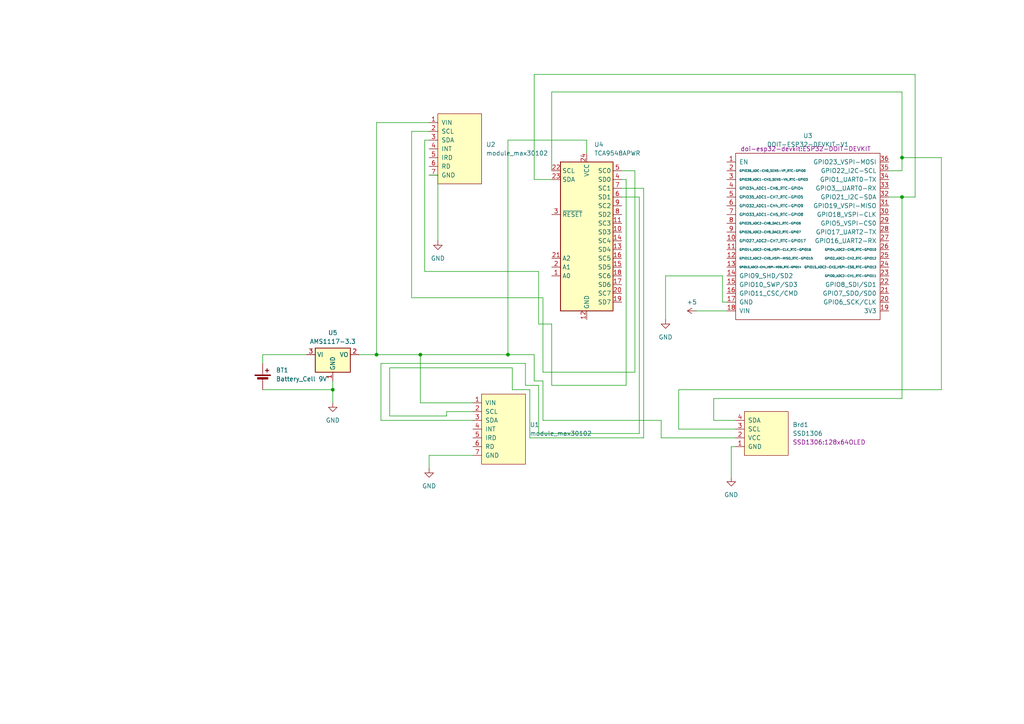
<source format=kicad_sch>
(kicad_sch (version 20250114) (generator "eeschema") (generator_version "9.0")
  (paper "A4")
  (lib_symbols
    (symbol "Device:Battery_Cell" (pin_numbers (hide yes)) (pin_names (offset 0) (hide yes))
      (property "Reference" "BT" (at 2.54 2.54 0))
      (property "Value" "Battery_Cell" (at 2.54 0 0))
      (symbol "Battery_Cell_0_1"
        (rectangle (start -2.286 1.778) (end 2.286 1.524) (fill (type outline)))
        (rectangle (start -1.524 1.016) (end 1.524 0.508) (fill (type outline)))
        (polyline (pts (xy 0 1.778) (xy 0 2.54)))
        (polyline (pts (xy 0 0.762) (xy 0 0)))
        (polyline (pts (xy 0.762 3.048) (xy 1.778 3.048)) (stroke (width 0.254)))
        (polyline (pts (xy 1.27 3.556) (xy 1.27 2.54)) (stroke (width 0.254)))
      )
      (symbol "Battery_Cell_1_1"
        (pin passive line (at 0 5.08 270) (length 2.54) (name "+") (number "1"))
        (pin passive line (at 0 -2.54 90) (length 2.54) (name "-") (number "2"))
      )
    )
    (symbol "Interface_Expansion:TCA9548APWR"
      (property "Reference" "U" (at -7.62 21.59 0))
      (property "Value" "TCA9548APWR" (at 1.016 21.59 0))
      (symbol "TCA9548APWR_0_1"
        (rectangle (start -7.62 20.32) (end 7.62 -22.86) (stroke (width 0.254)) (fill (type background)))
      )
      (symbol "TCA9548APWR_1_1"
        (pin input line (at -10.16 17.78 0) (length 2.54) (name "SCL") (number "22"))
        (pin bidirectional line (at -10.16 15.24 0) (length 2.54) (name "SDA") (number "23"))
        (pin input line (at -10.16 5.08 0) (length 2.54) (name "~{RESET}") (number "3"))
        (pin input line (at -10.16 -7.62 0) (length 2.54) (name "A2") (number "21"))
        (pin input line (at -10.16 -10.16 0) (length 2.54) (name "A1") (number "2"))
        (pin input line (at -10.16 -12.7 0) (length 2.54) (name "A0") (number "1"))
        (pin power_in line (at 0 22.86 270) (length 2.54) (name "VCC") (number "24"))
        (pin power_in line (at 0 -25.4 90) (length 2.54) (name "GND") (number "12"))
        (pin output line (at 10.16 17.78 180) (length 2.54) (name "SC0") (number "5"))
        (pin bidirectional line (at 10.16 15.24 180) (length 2.54) (name "SD0") (number "4"))
        (pin output line (at 10.16 12.7 180) (length 2.54) (name "SC1") (number "7"))
        (pin bidirectional line (at 10.16 10.16 180) (length 2.54) (name "SD1") (number "6"))
        (pin output line (at 10.16 7.62 180) (length 2.54) (name "SC2") (number "9"))
        (pin bidirectional line (at 10.16 5.08 180) (length 2.54) (name "SD2") (number "8"))
        (pin output line (at 10.16 2.54 180) (length 2.54) (name "SC3") (number "11"))
        (pin bidirectional line (at 10.16 0 180) (length 2.54) (name "SD3") (number "10"))
        (pin output line (at 10.16 -2.54 180) (length 2.54) (name "SC4") (number "14"))
        (pin bidirectional line (at 10.16 -5.08 180) (length 2.54) (name "SD4") (number "13"))
        (pin output line (at 10.16 -7.62 180) (length 2.54) (name "SC5") (number "16"))
        (pin bidirectional line (at 10.16 -10.16 180) (length 2.54) (name "SD5") (number "15"))
        (pin output line (at 10.16 -12.7 180) (length 2.54) (name "SC6") (number "18"))
        (pin bidirectional line (at 10.16 -15.24 180) (length 2.54) (name "SD6") (number "17"))
        (pin output line (at 10.16 -17.78 180) (length 2.54) (name "SC7") (number "20"))
        (pin bidirectional line (at 10.16 -20.32 180) (length 2.54) (name "SD7") (number "19"))
      )
    )
    (symbol "Regulator_Linear:AMS1117-3.3"
      (property "Reference" "U" (at -3.81 3.175 0))
      (property "Value" "AMS1117-3.3" (at 0 3.175 0))
      (symbol "AMS1117-3.3_0_1"
        (rectangle (start -5.08 -5.08) (end 5.08 1.905) (stroke (width 0.254)) (fill (type background)))
      )
      (symbol "AMS1117-3.3_1_1"
        (pin power_in line (at -7.62 0 0) (length 2.54) (name "VI") (number "3"))
        (pin power_in line (at 0 -7.62 90) (length 2.54) (name "GND") (number "1"))
        (pin power_out line (at 7.62 0 180) (length 2.54) (name "VO") (number "2"))
      )
    )
    (symbol "SSD1306-128x64_OLED:SSD1306" (pin_names (offset 1.016))
      (property "Reference" "Brd" (at 0 -3.81 0))
      (property "Value" "SSD1306" (at 0 -1.27 0))
      (symbol "SSD1306_0_1"
        (rectangle (start -6.35 6.35) (end 6.35 -6.35) (fill (type background)))
      )
      (symbol "SSD1306_1_1"
        (pin input line (at -3.81 8.89 270) (length 2.54) (name "GND") (number "1"))
        (pin input line (at -1.27 8.89 270) (length 2.54) (name "VCC") (number "2"))
        (pin input line (at 1.27 8.89 270) (length 2.54) (name "SCL") (number "3"))
        (pin input line (at 3.81 8.89 270) (length 2.54) (name "SDA") (number "4"))
      )
    )
    (symbol "doit-esp32-devkit-v1:DOIT-ESP32-DEVKIT-V1" (pin_names (offset 1.016))
      (property "Reference" "U" (at -1.27 11.43 0))
      (property "Value" "DOIT-ESP32-DEVKIT-V1" (at 0 13.97 0))
      (symbol "DOIT-ESP32-DEVKIT-V1_0_1"
        (rectangle (start 20.32 10.16) (end -21.59 -38.1))
      )
      (symbol "DOIT-ESP32-DEVKIT-V1_1_1"
        (pin output line (at -24.13 7.62 0) (length 2.54) (name "EN") (number "1"))
        (pin bidirectional line (at -24.13 5.08 0) (length 2.54) (name "GPIO36_ADC-CH0_SENS-VP_RTC-GPIO0") (number "2"))
        (pin bidirectional line (at -24.13 2.54 0) (length 2.54) (name "GPIO39_ADC1-CH3_SENS-VN_RTC-GPIO3") (number "3"))
        (pin bidirectional line (at -24.13 0 0) (length 2.54) (name "GPIO34_ADC1-CH6_RTC-GPIO4") (number "4"))
        (pin bidirectional line (at -24.13 -2.54 0) (length 2.54) (name "GPIO35_ADC1-CH7_RTC-GPIO5") (number "5"))
        (pin bidirectional line (at -24.13 -5.08 0) (length 2.54) (name "GPIO32_ADC1-CH4_RTC-GPIO9") (number "6"))
        (pin bidirectional line (at -24.13 -7.62 0) (length 2.54) (name "GPIO33_ADC1-CH5_RTC-GPIO8") (number "7"))
        (pin bidirectional line (at -24.13 -10.16 0) (length 2.54) (name "GPIO25_ADC2-CH8_DAC1_RTC-GPIO6") (number "8"))
        (pin bidirectional line (at -24.13 -12.7 0) (length 2.54) (name "GPIO26_ADC2-CH9_DAC2_RTC-GPIO7") (number "9"))
        (pin bidirectional line (at -24.13 -15.24 0) (length 2.54) (name "GPIO27_ADC2-CH7_RTC-GPIO17") (number "10"))
        (pin bidirectional line (at -24.13 -17.78 0) (length 2.54) (name "GPIO14_ADC2-CH6_HSPI-CLK_RTC-GPIO16") (number "11"))
        (pin bidirectional line (at -24.13 -20.32 0) (length 2.54) (name "GPIO12_ADC2-CH5_HSPI-MISO_RTC-GPIO15") (number "12"))
        (pin bidirectional line (at -24.13 -22.86 0) (length 2.54) (name "GPIO13_ADC2-CH4_HSPI-MOSI_RTC-GPIO14") (number "13"))
        (pin unspecified line (at -24.13 -25.4 0) (length 2.54) (name "GPIO9_SHD/SD2") (number "14"))
        (pin unspecified line (at -24.13 -27.94 0) (length 2.54) (name "GPIO10_SWP/SD3") (number "15"))
        (pin unspecified line (at -24.13 -30.48 0) (length 2.54) (name "GPIO11_CSC/CMD") (number "16"))
        (pin bidirectional line (at -24.13 -33.02 0) (length 2.54) (name "GND") (number "17"))
        (pin bidirectional line (at -24.13 -35.56 0) (length 2.54) (name "VIN") (number "18"))
        (pin bidirectional line (at 22.86 7.62 180) (length 2.54) (name "GPIO23_VSPI-MOSI") (number "36"))
        (pin bidirectional line (at 22.86 5.08 180) (length 2.54) (name "GPIO22_I2C-SCL") (number "35"))
        (pin bidirectional line (at 22.86 2.54 180) (length 2.54) (name "GPIO1_UART0-TX") (number "34"))
        (pin bidirectional line (at 22.86 0 180) (length 2.54) (name "GPIO3__UART0-RX") (number "33"))
        (pin bidirectional line (at 22.86 -2.54 180) (length 2.54) (name "GPIO21_I2C-SDA") (number "32"))
        (pin bidirectional line (at 22.86 -5.08 180) (length 2.54) (name "GPIO19_VSPI-MISO") (number "31"))
        (pin bidirectional line (at 22.86 -7.62 180) (length 2.54) (name "GPIO18_VSPI-CLK") (number "30"))
        (pin bidirectional line (at 22.86 -10.16 180) (length 2.54) (name "GPIO5_VSPI-CS0") (number "29"))
        (pin bidirectional line (at 22.86 -12.7 180) (length 2.54) (name "GPIO17_UART2-TX") (number "28"))
        (pin bidirectional line (at 22.86 -15.24 180) (length 2.54) (name "GPIO16_UART2-RX") (number "27"))
        (pin bidirectional line (at 22.86 -17.78 180) (length 2.54) (name "GPIO4_ADC2-CH0_RTC-GPIO10") (number "26"))
        (pin bidirectional line (at 22.86 -20.32 180) (length 2.54) (name "GPIO2_ADC2-CH2_RTC-GPIO12") (number "25"))
        (pin bidirectional line (at 22.86 -22.86 180) (length 2.54) (name "GPIO15_ADC2-CH3_HSPI-CS0_RTC-GPIO13") (number "24"))
        (pin bidirectional line (at 22.86 -25.4 180) (length 2.54) (name "GPIO0_ADC2-CH1_RTC-GPIO11") (number "23"))
        (pin unspecified line (at 22.86 -27.94 180) (length 2.54) (name "GPIO8_SDI/SD1") (number "22"))
        (pin unspecified line (at 22.86 -30.48 180) (length 2.54) (name "GPIO7_SDO/SD0") (number "21"))
        (pin unspecified line (at 22.86 -33.02 180) (length 2.54) (name "GPIO6_SCK/CLK") (number "20"))
        (pin output line (at 22.86 -35.56 180) (length 2.54) (name "3V3") (number "19"))
      )
    )
    (symbol "power:+10V" (power) (pin_numbers (hide yes)) (pin_names (offset 0) (hide yes))
      (property "Value" "+10V" (at 0 3.556 0))
      (symbol "+10V_0_1"
        (polyline (pts (xy -0.762 1.27) (xy 0 2.54)))
        (polyline (pts (xy 0 2.54) (xy 0.762 1.27)))
        (polyline (pts (xy 0 0) (xy 0 2.54)))
      )
      (symbol "+10V_1_1"
        (pin power_in line (at 0 0 90) (length 0) (name "~") (number "1"))
      )
    )
    (symbol "power:GND" (power) (pin_numbers (hide yes)) (pin_names (offset 0) (hide yes))
      (property "Value" "GND" (at 0 -3.81 0))
      (symbol "GND_0_1"
        (polyline (pts (xy 0 0) (xy 0 -1.27) (xy 1.27 -1.27) (xy 0 -2.54) (xy -1.27 -1.27) (xy 0 -1.27)))
      )
      (symbol "GND_1_1"
        (pin power_in line (at 0 0 270) (length 0) (name "~") (number "1"))
      )
    )
    (symbol "usini_sensors:module_max30102" (pin_names (offset 1.016))
      (property "Reference" "U" (at 2.54 12.7 0))
      (property "Value" "module_max30102" (at 10.16 -10.16 0))
      (symbol "module_max30102_0_1"
        (rectangle (start 2.54 11.43) (end 15.24 -8.89) (fill (type background)))
      )
      (symbol "module_max30102_1_1"
        (pin input line (at 0 8.89 0) (length 2.54) (name "VIN") (number "1"))
        (pin input line (at 0 6.35 0) (length 2.54) (name "SCL") (number "2"))
        (pin input line (at 0 3.81 0) (length 2.54) (name "SDA") (number "3"))
        (pin input line (at 0 1.27 0) (length 2.54) (name "INT") (number "4"))
        (pin input line (at 0 -1.27 0) (length 2.54) (name "IRD") (number "5"))
        (pin input line (at 0 -3.81 0) (length 2.54) (name "RD") (number "6"))
        (pin input line (at 0 -6.35 0) (length 2.54) (name "GND") (number "7"))
      )
    )
  )
  (junction (at 147.32 102.87))
  (junction (at 109.22 102.87))
  (junction (at 261.62 57.15))
  (junction (at 96.52 113.03))
  (junction (at 261.62 45.72))
  (junction (at 121.92 102.87))
  (wire (pts (xy 154.94 110.49) (xy 157.48 110.49)))
  (wire (pts (xy 109.22 102.87) (xy 109.22 35.56)))
  (wire (pts (xy 160.02 26.67) (xy 160.02 49.53)))
  (wire (pts (xy 273.05 45.72) (xy 273.05 113.03)))
  (wire (pts (xy 185.42 125.73) (xy 185.42 57.15)))
  (wire (pts (xy 124.46 40.64) (xy 123.19 40.64)))
  (wire (pts (xy 154.94 102.87) (xy 154.94 110.49)))
  (wire (pts (xy 123.19 78.74) (xy 156.21 78.74)))
  (wire (pts (xy 109.22 35.56) (xy 124.46 35.56)))
  (wire (pts (xy 113.03 120.65) (xy 113.03 106.68)))
  (wire (pts (xy 207.01 121.92) (xy 213.36 121.92)))
  (wire (pts (xy 129.54 120.65) (xy 113.03 120.65)))
  (wire (pts (xy 153.67 113.03) (xy 153.67 127)))
  (wire (pts (xy 154.94 21.59) (xy 154.94 52.07)))
  (wire (pts (xy 257.81 57.15) (xy 261.62 57.15)))
  (wire (pts (xy 154.94 52.07) (xy 160.02 52.07)))
  (wire (pts (xy 191.77 127) (xy 213.36 127)))
  (wire (pts (xy 148.59 106.68) (xy 148.59 113.03)))
  (wire (pts (xy 186.69 127) (xy 186.69 54.61)))
  (wire (pts (xy 157.48 110.49) (xy 157.48 121.92)))
  (wire (pts (xy 156.21 93.98) (xy 160.02 93.98)))
  (wire (pts (xy 261.62 45.72) (xy 261.62 26.67)))
  (wire (pts (xy 212.09 129.54) (xy 212.09 138.43)))
  (wire (pts (xy 147.32 102.87) (xy 154.94 102.87)))
  (wire (pts (xy 186.69 54.61) (xy 180.34 54.61)))
  (wire (pts (xy 129.54 119.38) (xy 129.54 120.65)))
  (wire (pts (xy 121.92 102.87) (xy 147.32 102.87)))
  (wire (pts (xy 181.61 52.07) (xy 180.34 52.07)))
  (wire (pts (xy 181.61 111.76) (xy 181.61 52.07)))
  (wire (pts (xy 184.15 49.53) (xy 180.34 49.53)))
  (wire (pts (xy 147.32 102.87) (xy 147.32 40.64)))
  (wire (pts (xy 209.55 87.63) (xy 210.82 87.63)))
  (wire (pts (xy 110.49 105.41) (xy 152.4 105.41)))
  (wire (pts (xy 152.4 105.41) (xy 152.4 111.76)))
  (wire (pts (xy 121.92 116.84) (xy 137.16 116.84)))
  (wire (pts (xy 157.48 107.95) (xy 184.15 107.95)))
  (wire (pts (xy 148.59 113.03) (xy 153.67 113.03)))
  (wire (pts (xy 207.01 115.57) (xy 207.01 121.92)))
  (wire (pts (xy 137.16 119.38) (xy 129.54 119.38)))
  (wire (pts (xy 212.09 129.54) (xy 213.36 129.54)))
  (wire (pts (xy 185.42 57.15) (xy 180.34 57.15)))
  (wire (pts (xy 261.62 26.67) (xy 160.02 26.67)))
  (wire (pts (xy 261.62 57.15) (xy 265.43 57.15)))
  (wire (pts (xy 147.32 40.64) (xy 170.18 40.64)))
  (wire (pts (xy 110.49 121.92) (xy 110.49 105.41)))
  (wire (pts (xy 261.62 57.15) (xy 261.62 115.57)))
  (wire (pts (xy 184.15 107.95) (xy 184.15 49.53)))
  (wire (pts (xy 257.81 49.53) (xy 261.62 49.53)))
  (wire (pts (xy 156.21 111.76) (xy 156.21 125.73)))
  (wire (pts (xy 193.04 80.01) (xy 209.55 80.01)))
  (wire (pts (xy 273.05 113.03) (xy 196.85 113.03)))
  (wire (pts (xy 261.62 115.57) (xy 207.01 115.57)))
  (wire (pts (xy 261.62 49.53) (xy 261.62 45.72)))
  (wire (pts (xy 157.48 121.92) (xy 191.77 121.92)))
  (wire (pts (xy 124.46 132.08) (xy 124.46 135.89)))
  (wire (pts (xy 160.02 93.98) (xy 160.02 111.76)))
  (wire (pts (xy 196.85 113.03) (xy 196.85 124.46)))
  (wire (pts (xy 113.03 106.68) (xy 148.59 106.68)))
  (wire (pts (xy 96.52 110.49) (xy 96.52 113.03)))
  (wire (pts (xy 137.16 121.92) (xy 110.49 121.92)))
  (wire (pts (xy 109.22 102.87) (xy 121.92 102.87)))
  (wire (pts (xy 96.52 113.03) (xy 96.52 116.84)))
  (wire (pts (xy 193.04 80.01) (xy 193.04 92.71)))
  (wire (pts (xy 156.21 125.73) (xy 185.42 125.73)))
  (wire (pts (xy 265.43 21.59) (xy 154.94 21.59)))
  (wire (pts (xy 119.38 86.36) (xy 157.48 86.36)))
  (wire (pts (xy 76.2 105.41) (xy 76.2 102.87)))
  (wire (pts (xy 124.46 132.08) (xy 137.16 132.08)))
  (wire (pts (xy 153.67 127) (xy 186.69 127)))
  (wire (pts (xy 123.19 40.64) (xy 123.19 78.74)))
  (wire (pts (xy 209.55 80.01) (xy 209.55 87.63)))
  (wire (pts (xy 261.62 45.72) (xy 273.05 45.72)))
  (wire (pts (xy 127 69.85) (xy 127 50.8)))
  (wire (pts (xy 196.85 124.46) (xy 213.36 124.46)))
  (wire (pts (xy 127 50.8) (xy 124.46 50.8)))
  (wire (pts (xy 191.77 121.92) (xy 191.77 127)))
  (wire (pts (xy 265.43 57.15) (xy 265.43 21.59)))
  (wire (pts (xy 160.02 111.76) (xy 181.61 111.76)))
  (wire (pts (xy 124.46 38.1) (xy 119.38 38.1)))
  (wire (pts (xy 152.4 111.76) (xy 156.21 111.76)))
  (wire (pts (xy 201.93 90.17) (xy 210.82 90.17)))
  (wire (pts (xy 119.38 38.1) (xy 119.38 86.36)))
  (wire (pts (xy 76.2 102.87) (xy 88.9 102.87)))
  (wire (pts (xy 157.48 86.36) (xy 157.48 107.95)))
  (wire (pts (xy 156.21 78.74) (xy 156.21 93.98)))
  (wire (pts (xy 104.14 102.87) (xy 109.22 102.87)))
  (wire (pts (xy 121.92 102.87) (xy 121.92 116.84)))
  (wire (pts (xy 170.18 40.64) (xy 170.18 44.45)))
  (wire (pts (xy 76.2 113.03) (xy 96.52 113.03)))
  (symbol (lib_id "Device:Battery_Cell") (at 76.2 110.49 0) (unit 1)
    (property "Reference" "BT1" (at 80.01 107.3784 0) (effects (justify left)))
    (property "Value" "Battery_Cell 9V" (at 80.01 109.9184 0) (effects (justify left)))
    (property "Description" "Single-cell battery" (effects (hide yes)))
  )
  (symbol (lib_id "usini_sensors:module_max30102") (at 137.16 125.73 0) (unit 1)
    (property "Reference" "U1" (at 153.67 123.1899 0) (effects (justify left)))
    (property "Value" "module_max30102" (at 153.67 125.7299 0) (effects (justify left)))
    (property "Footprint" "usini_sensors:module_max30102" (effects (hide yes)))
  )
  (symbol (lib_id "power:GND") (at 127 69.85 0) (unit 1)
    (property "Reference" "#PWR05" (effects (hide yes)))
    (property "Value" "GND" (at 127 74.93 0))
    (property "Description" "Power symbol creates a global label with name \"GND\" , ground" (effects (hide yes)))
  )
  (symbol (lib_id "power:+10V") (at 201.93 90.17 90) (unit 1)
    (property "Reference" "#PWR09" (effects (hide yes)))
    (property "Value" "+5" (at 200.66 87.63 90))
    (property "Description" "Power symbol creates a global label with name \"+10V\"" (effects (hide yes)))
  )
  (symbol (lib_id "usini_sensors:module_max30102") (at 124.46 44.45 0) (unit 1)
    (property "Reference" "U2" (at 140.97 41.9099 0) (effects (justify left)))
    (property "Value" "module_max30102" (at 140.97 44.4499 0) (effects (justify left)))
    (property "Footprint" "usini_sensors:module_max30102" (effects (hide yes)))
  )
  (symbol (lib_id "power:GND") (at 193.04 92.71 0) (unit 1)
    (property "Reference" "#PWR07" (effects (hide yes)))
    (property "Value" "GND" (at 193.04 97.79 0))
    (property "Description" "Power symbol creates a global label with name \"GND\" , ground" (effects (hide yes)))
  )
  (symbol (lib_id "power:GND") (at 212.09 138.43 0) (unit 1)
    (property "Reference" "#PWR02" (effects (hide yes)))
    (property "Value" "GND" (at 212.09 143.51 0))
    (property "Description" "Power symbol creates a global label with name \"GND\" , ground" (effects (hide yes)))
  )
  (symbol (lib_id "Interface_Expansion:TCA9548APWR") (at 170.18 67.31 0) (unit 1)
    (property "Reference" "U4" (at 172.3233 41.91 0) (effects (justify left)))
    (property "Value" "TCA9548APWR" (at 172.3233 44.45 0) (effects (justify left)))
    (property "Footprint" "Package_SO:TSSOP-24_4.4x7.8mm_P0.65mm" (effects (hide yes)))
    (property "Datasheet" "http://www.ti.com/lit/ds/symlink/tca9548a.pdf" (effects (hide yes)))
    (property "Description" "Low voltage 8-channel I2C switch with reset, TSSOP-24" (effects (hide yes)))
  )
  (symbol (lib_id "doit-esp32-devkit-v1:DOIT-ESP32-DEVKIT-V1") (at 234.95 54.61 0) (unit 1)
    (property "Reference" "U3" (at 234.315 39.37 0))
    (property "Value" "DOIT-ESP32-DEVKIT-V1" (at 234.315 41.91 0))
    (property "Footprint" "doi-esp32-devkit:ESP32-DOIT-DEVKIT" (at 233.68 43.18 0))
  )
  (symbol (lib_id "Regulator_Linear:AMS1117-3.3") (at 96.52 102.87 0) (unit 1)
    (property "Reference" "U5" (at 96.52 96.52 0))
    (property "Value" "AMS1117-3.3" (at 96.52 99.06 0))
    (property "Footprint" "Package_TO_SOT_SMD:SOT-223-3_TabPin2" (effects (hide yes)))
    (property "Datasheet" "http://www.advanced-monolithic.com/pdf/ds1117.pdf" (effects (hide yes)))
    (property "Description" "1A Low Dropout regulator, positive, 3.3V fixed output, SOT-223" (effects (hide yes)))
  )
  (symbol (lib_id "SSD1306-128x64_OLED:SSD1306") (at 222.25 125.73 90) (unit 1)
    (property "Reference" "Brd1" (at 229.87 123.1899 90) (effects (justify right)))
    (property "Value" "SSD1306" (at 229.87 125.7299 90) (effects (justify right)))
    (property "Footprint" "SSD1306:128x64OLED" (at 229.87 128.2699 90) (effects (justify right)))
  )
  (symbol (lib_id "power:GND") (at 124.46 135.89 0) (unit 1)
    (property "Reference" "#PWR06" (effects (hide yes)))
    (property "Value" "GND" (at 124.46 140.97 0))
    (property "Description" "Power symbol creates a global label with name \"GND\" , ground" (effects (hide yes)))
  )
  (symbol (lib_id "power:GND") (at 96.52 116.84 0) (unit 1)
    (property "Reference" "#PWR08" (effects (hide yes)))
    (property "Value" "GND" (at 96.52 121.92 0))
    (property "Description" "Power symbol creates a global label with name \"GND\" , ground" (effects (hide yes)))
  )
)
</source>
